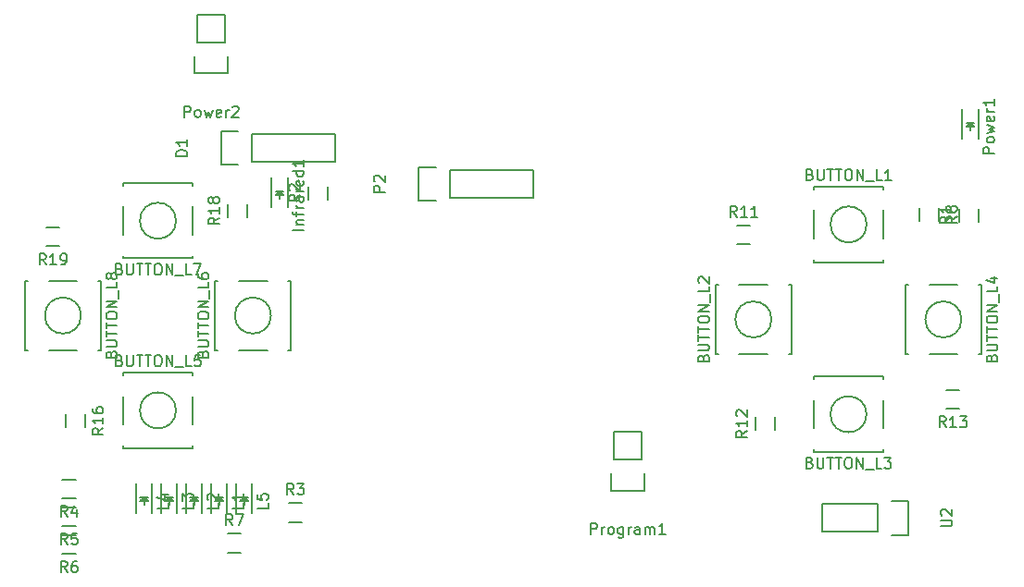
<source format=gbr>
G04 #@! TF.FileFunction,Legend,Top*
%FSLAX46Y46*%
G04 Gerber Fmt 4.6, Leading zero omitted, Abs format (unit mm)*
G04 Created by KiCad (PCBNEW 4.0.2+e4-6225~38~ubuntu15.10.1-stable) date Sun 11 Sep 2016 22:59:17 SAST*
%MOMM*%
G01*
G04 APERTURE LIST*
%ADD10C,0.100000*%
%ADD11C,0.150000*%
G04 APERTURE END LIST*
D10*
D11*
X128079100Y-94882100D02*
X128079100Y-94632100D01*
X128079100Y-94632100D02*
X134379100Y-94632100D01*
X134379100Y-94632100D02*
X134379100Y-94882100D01*
X128079100Y-99382100D02*
X128079100Y-96782100D01*
X134379100Y-101282100D02*
X134379100Y-101532100D01*
X134379100Y-101532100D02*
X128079100Y-101532100D01*
X128079100Y-101532100D02*
X128079100Y-101282100D01*
X134379100Y-96782100D02*
X134379100Y-99382100D01*
X132879100Y-98082100D02*
G75*
G03X132879100Y-98082100I-1650000J0D01*
G01*
X119329600Y-109931600D02*
X119079600Y-109931600D01*
X119079600Y-109931600D02*
X119079600Y-103631600D01*
X119079600Y-103631600D02*
X119329600Y-103631600D01*
X123829600Y-109931600D02*
X121229600Y-109931600D01*
X125729600Y-103631600D02*
X125979600Y-103631600D01*
X125979600Y-103631600D02*
X125979600Y-109931600D01*
X125979600Y-109931600D02*
X125729600Y-109931600D01*
X121229600Y-103631600D02*
X123829600Y-103631600D01*
X124179600Y-106781600D02*
G75*
G03X124179600Y-106781600I-1650000J0D01*
G01*
X134366400Y-118668400D02*
X134366400Y-118918400D01*
X134366400Y-118918400D02*
X128066400Y-118918400D01*
X128066400Y-118918400D02*
X128066400Y-118668400D01*
X134366400Y-114168400D02*
X134366400Y-116768400D01*
X128066400Y-112268400D02*
X128066400Y-112018400D01*
X128066400Y-112018400D02*
X134366400Y-112018400D01*
X134366400Y-112018400D02*
X134366400Y-112268400D01*
X128066400Y-116768400D02*
X128066400Y-114168400D01*
X132866400Y-115468400D02*
G75*
G03X132866400Y-115468400I-1650000J0D01*
G01*
X143103200Y-103631600D02*
X143353200Y-103631600D01*
X143353200Y-103631600D02*
X143353200Y-109931600D01*
X143353200Y-109931600D02*
X143103200Y-109931600D01*
X138603200Y-103631600D02*
X141203200Y-103631600D01*
X136703200Y-109931600D02*
X136453200Y-109931600D01*
X136453200Y-109931600D02*
X136453200Y-103631600D01*
X136453200Y-103631600D02*
X136703200Y-103631600D01*
X141203200Y-109931600D02*
X138603200Y-109931600D01*
X141553200Y-106781600D02*
G75*
G03X141553200Y-106781600I-1650000J0D01*
G01*
X64922000Y-111912800D02*
X64922000Y-111662800D01*
X64922000Y-111662800D02*
X71222000Y-111662800D01*
X71222000Y-111662800D02*
X71222000Y-111912800D01*
X64922000Y-116412800D02*
X64922000Y-113812800D01*
X71222000Y-118312800D02*
X71222000Y-118562800D01*
X71222000Y-118562800D02*
X64922000Y-118562800D01*
X64922000Y-118562800D02*
X64922000Y-118312800D01*
X71222000Y-113812800D02*
X71222000Y-116412800D01*
X69722000Y-115112800D02*
G75*
G03X69722000Y-115112800I-1650000J0D01*
G01*
X73558800Y-109576000D02*
X73308800Y-109576000D01*
X73308800Y-109576000D02*
X73308800Y-103276000D01*
X73308800Y-103276000D02*
X73558800Y-103276000D01*
X78058800Y-109576000D02*
X75458800Y-109576000D01*
X79958800Y-103276000D02*
X80208800Y-103276000D01*
X80208800Y-103276000D02*
X80208800Y-109576000D01*
X80208800Y-109576000D02*
X79958800Y-109576000D01*
X75458800Y-103276000D02*
X78058800Y-103276000D01*
X78408800Y-106426000D02*
G75*
G03X78408800Y-106426000I-1650000J0D01*
G01*
X71222000Y-100939200D02*
X71222000Y-101189200D01*
X71222000Y-101189200D02*
X64922000Y-101189200D01*
X64922000Y-101189200D02*
X64922000Y-100939200D01*
X71222000Y-96439200D02*
X71222000Y-99039200D01*
X64922000Y-94539200D02*
X64922000Y-94289200D01*
X64922000Y-94289200D02*
X71222000Y-94289200D01*
X71222000Y-94289200D02*
X71222000Y-94539200D01*
X64922000Y-99039200D02*
X64922000Y-96439200D01*
X69722000Y-97739200D02*
G75*
G03X69722000Y-97739200I-1650000J0D01*
G01*
X62585200Y-103276000D02*
X62835200Y-103276000D01*
X62835200Y-103276000D02*
X62835200Y-109576000D01*
X62835200Y-109576000D02*
X62585200Y-109576000D01*
X58085200Y-103276000D02*
X60685200Y-103276000D01*
X56185200Y-109576000D02*
X55935200Y-109576000D01*
X55935200Y-109576000D02*
X55935200Y-103276000D01*
X55935200Y-103276000D02*
X56185200Y-103276000D01*
X60685200Y-109576000D02*
X58085200Y-109576000D01*
X61035200Y-106426000D02*
G75*
G03X61035200Y-106426000I-1650000J0D01*
G01*
X76657200Y-92354400D02*
X84277200Y-92354400D01*
X76657200Y-89814400D02*
X84277200Y-89814400D01*
X73837200Y-89534400D02*
X75387200Y-89534400D01*
X84277200Y-92354400D02*
X84277200Y-89814400D01*
X76657200Y-89814400D02*
X76657200Y-92354400D01*
X75387200Y-92634400D02*
X73837200Y-92634400D01*
X73837200Y-92634400D02*
X73837200Y-89534400D01*
X78447200Y-93802400D02*
X78447200Y-96502400D01*
X79947200Y-93802400D02*
X79947200Y-96502400D01*
X79047200Y-95302400D02*
X79297200Y-95302400D01*
X79297200Y-95302400D02*
X79147200Y-95152400D01*
X79547200Y-95052400D02*
X78847200Y-95052400D01*
X79197200Y-95402400D02*
X79197200Y-95752400D01*
X79197200Y-95052400D02*
X79547200Y-95402400D01*
X79547200Y-95402400D02*
X78847200Y-95402400D01*
X78847200Y-95402400D02*
X79197200Y-95052400D01*
X72910000Y-121844000D02*
X72910000Y-124544000D01*
X74410000Y-121844000D02*
X74410000Y-124544000D01*
X73510000Y-123344000D02*
X73760000Y-123344000D01*
X73760000Y-123344000D02*
X73610000Y-123194000D01*
X74010000Y-123094000D02*
X73310000Y-123094000D01*
X73660000Y-123444000D02*
X73660000Y-123794000D01*
X73660000Y-123094000D02*
X74010000Y-123444000D01*
X74010000Y-123444000D02*
X73310000Y-123444000D01*
X73310000Y-123444000D02*
X73660000Y-123094000D01*
X70624000Y-121844000D02*
X70624000Y-124544000D01*
X72124000Y-121844000D02*
X72124000Y-124544000D01*
X71224000Y-123344000D02*
X71474000Y-123344000D01*
X71474000Y-123344000D02*
X71324000Y-123194000D01*
X71724000Y-123094000D02*
X71024000Y-123094000D01*
X71374000Y-123444000D02*
X71374000Y-123794000D01*
X71374000Y-123094000D02*
X71724000Y-123444000D01*
X71724000Y-123444000D02*
X71024000Y-123444000D01*
X71024000Y-123444000D02*
X71374000Y-123094000D01*
X68338000Y-121844000D02*
X68338000Y-124544000D01*
X69838000Y-121844000D02*
X69838000Y-124544000D01*
X68938000Y-123344000D02*
X69188000Y-123344000D01*
X69188000Y-123344000D02*
X69038000Y-123194000D01*
X69438000Y-123094000D02*
X68738000Y-123094000D01*
X69088000Y-123444000D02*
X69088000Y-123794000D01*
X69088000Y-123094000D02*
X69438000Y-123444000D01*
X69438000Y-123444000D02*
X68738000Y-123444000D01*
X68738000Y-123444000D02*
X69088000Y-123094000D01*
X66052000Y-121844000D02*
X66052000Y-124544000D01*
X67552000Y-121844000D02*
X67552000Y-124544000D01*
X66652000Y-123344000D02*
X66902000Y-123344000D01*
X66902000Y-123344000D02*
X66752000Y-123194000D01*
X67152000Y-123094000D02*
X66452000Y-123094000D01*
X66802000Y-123444000D02*
X66802000Y-123794000D01*
X66802000Y-123094000D02*
X67152000Y-123444000D01*
X67152000Y-123444000D02*
X66452000Y-123444000D01*
X66452000Y-123444000D02*
X66802000Y-123094000D01*
X75196000Y-121844000D02*
X75196000Y-124544000D01*
X76696000Y-121844000D02*
X76696000Y-124544000D01*
X75796000Y-123344000D02*
X76046000Y-123344000D01*
X76046000Y-123344000D02*
X75896000Y-123194000D01*
X76296000Y-123094000D02*
X75596000Y-123094000D01*
X75946000Y-123444000D02*
X75946000Y-123794000D01*
X75946000Y-123094000D02*
X76296000Y-123444000D01*
X76296000Y-123444000D02*
X75596000Y-123444000D01*
X75596000Y-123444000D02*
X75946000Y-123094000D01*
X94742000Y-95631000D02*
X102362000Y-95631000D01*
X94742000Y-93091000D02*
X102362000Y-93091000D01*
X91922000Y-92811000D02*
X93472000Y-92811000D01*
X102362000Y-95631000D02*
X102362000Y-93091000D01*
X94742000Y-93091000D02*
X94742000Y-95631000D01*
X93472000Y-95911000D02*
X91922000Y-95911000D01*
X91922000Y-95911000D02*
X91922000Y-92811000D01*
X141591600Y-87503200D02*
X141591600Y-90203200D01*
X143091600Y-87503200D02*
X143091600Y-90203200D01*
X142191600Y-89003200D02*
X142441600Y-89003200D01*
X142441600Y-89003200D02*
X142291600Y-88853200D01*
X142691600Y-88753200D02*
X141991600Y-88753200D01*
X142341600Y-89103200D02*
X142341600Y-89453200D01*
X142341600Y-88753200D02*
X142691600Y-89103200D01*
X142691600Y-89103200D02*
X141991600Y-89103200D01*
X141991600Y-89103200D02*
X142341600Y-88753200D01*
X71678800Y-81432400D02*
X71678800Y-78892400D01*
X71398800Y-84252400D02*
X71398800Y-82702400D01*
X71678800Y-81432400D02*
X74218800Y-81432400D01*
X74498800Y-82702400D02*
X74498800Y-84252400D01*
X74498800Y-84252400D02*
X71398800Y-84252400D01*
X74218800Y-81432400D02*
X74218800Y-78892400D01*
X74218800Y-78892400D02*
X71678800Y-78892400D01*
X109778800Y-119634000D02*
X109778800Y-117094000D01*
X109498800Y-122454000D02*
X109498800Y-120904000D01*
X109778800Y-119634000D02*
X112318800Y-119634000D01*
X112598800Y-120904000D02*
X112598800Y-122454000D01*
X112598800Y-122454000D02*
X109498800Y-122454000D01*
X112318800Y-119634000D02*
X112318800Y-117094000D01*
X112318800Y-117094000D02*
X109778800Y-117094000D01*
X143115000Y-96631200D02*
X143115000Y-97831200D01*
X141365000Y-97831200D02*
X141365000Y-96631200D01*
X83577400Y-94599200D02*
X83577400Y-95799200D01*
X81827400Y-95799200D02*
X81827400Y-94599200D01*
X81245000Y-125335000D02*
X80045000Y-125335000D01*
X80045000Y-123585000D02*
X81245000Y-123585000D01*
X59344000Y-121426000D02*
X60544000Y-121426000D01*
X60544000Y-123176000D02*
X59344000Y-123176000D01*
X59344000Y-123966000D02*
X60544000Y-123966000D01*
X60544000Y-125716000D02*
X59344000Y-125716000D01*
X59344000Y-126506000D02*
X60544000Y-126506000D01*
X60544000Y-128256000D02*
X59344000Y-128256000D01*
X75657000Y-128129000D02*
X74457000Y-128129000D01*
X74457000Y-126379000D02*
X75657000Y-126379000D01*
X137707400Y-97780400D02*
X137707400Y-96580400D01*
X139457400Y-96580400D02*
X139457400Y-97780400D01*
X122240600Y-99909600D02*
X121040600Y-99909600D01*
X121040600Y-98159600D02*
X122240600Y-98159600D01*
X124471400Y-115732000D02*
X124471400Y-116932000D01*
X122721400Y-116932000D02*
X122721400Y-115732000D01*
X140166800Y-113221800D02*
X141366800Y-113221800D01*
X141366800Y-114971800D02*
X140166800Y-114971800D01*
X59627800Y-116678000D02*
X59627800Y-115478000D01*
X61377800Y-115478000D02*
X61377800Y-116678000D01*
X76211400Y-96224800D02*
X76211400Y-97424800D01*
X74461400Y-97424800D02*
X74461400Y-96224800D01*
X57870800Y-98337400D02*
X59070800Y-98337400D01*
X59070800Y-100087400D02*
X57870800Y-100087400D01*
X133858000Y-123698000D02*
X128778000Y-123698000D01*
X128778000Y-123698000D02*
X128778000Y-126238000D01*
X128778000Y-126238000D02*
X133858000Y-126238000D01*
X136678000Y-126518000D02*
X135128000Y-126518000D01*
X133858000Y-126238000D02*
X133858000Y-123698000D01*
X135128000Y-123418000D02*
X136678000Y-123418000D01*
X136678000Y-123418000D02*
X136678000Y-126518000D01*
X127705291Y-93510671D02*
X127848148Y-93558290D01*
X127895767Y-93605910D01*
X127943386Y-93701148D01*
X127943386Y-93844005D01*
X127895767Y-93939243D01*
X127848148Y-93986862D01*
X127752910Y-94034481D01*
X127371957Y-94034481D01*
X127371957Y-93034481D01*
X127705291Y-93034481D01*
X127800529Y-93082100D01*
X127848148Y-93129719D01*
X127895767Y-93224957D01*
X127895767Y-93320195D01*
X127848148Y-93415433D01*
X127800529Y-93463052D01*
X127705291Y-93510671D01*
X127371957Y-93510671D01*
X128371957Y-93034481D02*
X128371957Y-93844005D01*
X128419576Y-93939243D01*
X128467195Y-93986862D01*
X128562433Y-94034481D01*
X128752910Y-94034481D01*
X128848148Y-93986862D01*
X128895767Y-93939243D01*
X128943386Y-93844005D01*
X128943386Y-93034481D01*
X129276719Y-93034481D02*
X129848148Y-93034481D01*
X129562433Y-94034481D02*
X129562433Y-93034481D01*
X130038624Y-93034481D02*
X130610053Y-93034481D01*
X130324338Y-94034481D02*
X130324338Y-93034481D01*
X131133862Y-93034481D02*
X131324339Y-93034481D01*
X131419577Y-93082100D01*
X131514815Y-93177338D01*
X131562434Y-93367814D01*
X131562434Y-93701148D01*
X131514815Y-93891624D01*
X131419577Y-93986862D01*
X131324339Y-94034481D01*
X131133862Y-94034481D01*
X131038624Y-93986862D01*
X130943386Y-93891624D01*
X130895767Y-93701148D01*
X130895767Y-93367814D01*
X130943386Y-93177338D01*
X131038624Y-93082100D01*
X131133862Y-93034481D01*
X131991005Y-94034481D02*
X131991005Y-93034481D01*
X132562434Y-94034481D01*
X132562434Y-93034481D01*
X132800529Y-94129719D02*
X133562434Y-94129719D01*
X134276720Y-94034481D02*
X133800529Y-94034481D01*
X133800529Y-93034481D01*
X135133863Y-94034481D02*
X134562434Y-94034481D01*
X134848148Y-94034481D02*
X134848148Y-93034481D01*
X134752910Y-93177338D01*
X134657672Y-93272576D01*
X134562434Y-93320195D01*
X117958171Y-110305409D02*
X118005790Y-110162552D01*
X118053410Y-110114933D01*
X118148648Y-110067314D01*
X118291505Y-110067314D01*
X118386743Y-110114933D01*
X118434362Y-110162552D01*
X118481981Y-110257790D01*
X118481981Y-110638743D01*
X117481981Y-110638743D01*
X117481981Y-110305409D01*
X117529600Y-110210171D01*
X117577219Y-110162552D01*
X117672457Y-110114933D01*
X117767695Y-110114933D01*
X117862933Y-110162552D01*
X117910552Y-110210171D01*
X117958171Y-110305409D01*
X117958171Y-110638743D01*
X117481981Y-109638743D02*
X118291505Y-109638743D01*
X118386743Y-109591124D01*
X118434362Y-109543505D01*
X118481981Y-109448267D01*
X118481981Y-109257790D01*
X118434362Y-109162552D01*
X118386743Y-109114933D01*
X118291505Y-109067314D01*
X117481981Y-109067314D01*
X117481981Y-108733981D02*
X117481981Y-108162552D01*
X118481981Y-108448267D02*
X117481981Y-108448267D01*
X117481981Y-107972076D02*
X117481981Y-107400647D01*
X118481981Y-107686362D02*
X117481981Y-107686362D01*
X117481981Y-106876838D02*
X117481981Y-106686361D01*
X117529600Y-106591123D01*
X117624838Y-106495885D01*
X117815314Y-106448266D01*
X118148648Y-106448266D01*
X118339124Y-106495885D01*
X118434362Y-106591123D01*
X118481981Y-106686361D01*
X118481981Y-106876838D01*
X118434362Y-106972076D01*
X118339124Y-107067314D01*
X118148648Y-107114933D01*
X117815314Y-107114933D01*
X117624838Y-107067314D01*
X117529600Y-106972076D01*
X117481981Y-106876838D01*
X118481981Y-106019695D02*
X117481981Y-106019695D01*
X118481981Y-105448266D01*
X117481981Y-105448266D01*
X118577219Y-105210171D02*
X118577219Y-104448266D01*
X118481981Y-103733980D02*
X118481981Y-104210171D01*
X117481981Y-104210171D01*
X117577219Y-103448266D02*
X117529600Y-103400647D01*
X117481981Y-103305409D01*
X117481981Y-103067313D01*
X117529600Y-102972075D01*
X117577219Y-102924456D01*
X117672457Y-102876837D01*
X117767695Y-102876837D01*
X117910552Y-102924456D01*
X118481981Y-103495885D01*
X118481981Y-102876837D01*
X127692591Y-119896971D02*
X127835448Y-119944590D01*
X127883067Y-119992210D01*
X127930686Y-120087448D01*
X127930686Y-120230305D01*
X127883067Y-120325543D01*
X127835448Y-120373162D01*
X127740210Y-120420781D01*
X127359257Y-120420781D01*
X127359257Y-119420781D01*
X127692591Y-119420781D01*
X127787829Y-119468400D01*
X127835448Y-119516019D01*
X127883067Y-119611257D01*
X127883067Y-119706495D01*
X127835448Y-119801733D01*
X127787829Y-119849352D01*
X127692591Y-119896971D01*
X127359257Y-119896971D01*
X128359257Y-119420781D02*
X128359257Y-120230305D01*
X128406876Y-120325543D01*
X128454495Y-120373162D01*
X128549733Y-120420781D01*
X128740210Y-120420781D01*
X128835448Y-120373162D01*
X128883067Y-120325543D01*
X128930686Y-120230305D01*
X128930686Y-119420781D01*
X129264019Y-119420781D02*
X129835448Y-119420781D01*
X129549733Y-120420781D02*
X129549733Y-119420781D01*
X130025924Y-119420781D02*
X130597353Y-119420781D01*
X130311638Y-120420781D02*
X130311638Y-119420781D01*
X131121162Y-119420781D02*
X131311639Y-119420781D01*
X131406877Y-119468400D01*
X131502115Y-119563638D01*
X131549734Y-119754114D01*
X131549734Y-120087448D01*
X131502115Y-120277924D01*
X131406877Y-120373162D01*
X131311639Y-120420781D01*
X131121162Y-120420781D01*
X131025924Y-120373162D01*
X130930686Y-120277924D01*
X130883067Y-120087448D01*
X130883067Y-119754114D01*
X130930686Y-119563638D01*
X131025924Y-119468400D01*
X131121162Y-119420781D01*
X131978305Y-120420781D02*
X131978305Y-119420781D01*
X132549734Y-120420781D01*
X132549734Y-119420781D01*
X132787829Y-120516019D02*
X133549734Y-120516019D01*
X134264020Y-120420781D02*
X133787829Y-120420781D01*
X133787829Y-119420781D01*
X134502115Y-119420781D02*
X135121163Y-119420781D01*
X134787829Y-119801733D01*
X134930687Y-119801733D01*
X135025925Y-119849352D01*
X135073544Y-119896971D01*
X135121163Y-119992210D01*
X135121163Y-120230305D01*
X135073544Y-120325543D01*
X135025925Y-120373162D01*
X134930687Y-120420781D01*
X134644972Y-120420781D01*
X134549734Y-120373162D01*
X134502115Y-120325543D01*
X144331771Y-110305409D02*
X144379390Y-110162552D01*
X144427010Y-110114933D01*
X144522248Y-110067314D01*
X144665105Y-110067314D01*
X144760343Y-110114933D01*
X144807962Y-110162552D01*
X144855581Y-110257790D01*
X144855581Y-110638743D01*
X143855581Y-110638743D01*
X143855581Y-110305409D01*
X143903200Y-110210171D01*
X143950819Y-110162552D01*
X144046057Y-110114933D01*
X144141295Y-110114933D01*
X144236533Y-110162552D01*
X144284152Y-110210171D01*
X144331771Y-110305409D01*
X144331771Y-110638743D01*
X143855581Y-109638743D02*
X144665105Y-109638743D01*
X144760343Y-109591124D01*
X144807962Y-109543505D01*
X144855581Y-109448267D01*
X144855581Y-109257790D01*
X144807962Y-109162552D01*
X144760343Y-109114933D01*
X144665105Y-109067314D01*
X143855581Y-109067314D01*
X143855581Y-108733981D02*
X143855581Y-108162552D01*
X144855581Y-108448267D02*
X143855581Y-108448267D01*
X143855581Y-107972076D02*
X143855581Y-107400647D01*
X144855581Y-107686362D02*
X143855581Y-107686362D01*
X143855581Y-106876838D02*
X143855581Y-106686361D01*
X143903200Y-106591123D01*
X143998438Y-106495885D01*
X144188914Y-106448266D01*
X144522248Y-106448266D01*
X144712724Y-106495885D01*
X144807962Y-106591123D01*
X144855581Y-106686361D01*
X144855581Y-106876838D01*
X144807962Y-106972076D01*
X144712724Y-107067314D01*
X144522248Y-107114933D01*
X144188914Y-107114933D01*
X143998438Y-107067314D01*
X143903200Y-106972076D01*
X143855581Y-106876838D01*
X144855581Y-106019695D02*
X143855581Y-106019695D01*
X144855581Y-105448266D01*
X143855581Y-105448266D01*
X144950819Y-105210171D02*
X144950819Y-104448266D01*
X144855581Y-103733980D02*
X144855581Y-104210171D01*
X143855581Y-104210171D01*
X144188914Y-102972075D02*
X144855581Y-102972075D01*
X143807962Y-103210171D02*
X144522248Y-103448266D01*
X144522248Y-102829218D01*
X64548191Y-110541371D02*
X64691048Y-110588990D01*
X64738667Y-110636610D01*
X64786286Y-110731848D01*
X64786286Y-110874705D01*
X64738667Y-110969943D01*
X64691048Y-111017562D01*
X64595810Y-111065181D01*
X64214857Y-111065181D01*
X64214857Y-110065181D01*
X64548191Y-110065181D01*
X64643429Y-110112800D01*
X64691048Y-110160419D01*
X64738667Y-110255657D01*
X64738667Y-110350895D01*
X64691048Y-110446133D01*
X64643429Y-110493752D01*
X64548191Y-110541371D01*
X64214857Y-110541371D01*
X65214857Y-110065181D02*
X65214857Y-110874705D01*
X65262476Y-110969943D01*
X65310095Y-111017562D01*
X65405333Y-111065181D01*
X65595810Y-111065181D01*
X65691048Y-111017562D01*
X65738667Y-110969943D01*
X65786286Y-110874705D01*
X65786286Y-110065181D01*
X66119619Y-110065181D02*
X66691048Y-110065181D01*
X66405333Y-111065181D02*
X66405333Y-110065181D01*
X66881524Y-110065181D02*
X67452953Y-110065181D01*
X67167238Y-111065181D02*
X67167238Y-110065181D01*
X67976762Y-110065181D02*
X68167239Y-110065181D01*
X68262477Y-110112800D01*
X68357715Y-110208038D01*
X68405334Y-110398514D01*
X68405334Y-110731848D01*
X68357715Y-110922324D01*
X68262477Y-111017562D01*
X68167239Y-111065181D01*
X67976762Y-111065181D01*
X67881524Y-111017562D01*
X67786286Y-110922324D01*
X67738667Y-110731848D01*
X67738667Y-110398514D01*
X67786286Y-110208038D01*
X67881524Y-110112800D01*
X67976762Y-110065181D01*
X68833905Y-111065181D02*
X68833905Y-110065181D01*
X69405334Y-111065181D01*
X69405334Y-110065181D01*
X69643429Y-111160419D02*
X70405334Y-111160419D01*
X71119620Y-111065181D02*
X70643429Y-111065181D01*
X70643429Y-110065181D01*
X71929144Y-110065181D02*
X71452953Y-110065181D01*
X71405334Y-110541371D01*
X71452953Y-110493752D01*
X71548191Y-110446133D01*
X71786287Y-110446133D01*
X71881525Y-110493752D01*
X71929144Y-110541371D01*
X71976763Y-110636610D01*
X71976763Y-110874705D01*
X71929144Y-110969943D01*
X71881525Y-111017562D01*
X71786287Y-111065181D01*
X71548191Y-111065181D01*
X71452953Y-111017562D01*
X71405334Y-110969943D01*
X72187371Y-109949809D02*
X72234990Y-109806952D01*
X72282610Y-109759333D01*
X72377848Y-109711714D01*
X72520705Y-109711714D01*
X72615943Y-109759333D01*
X72663562Y-109806952D01*
X72711181Y-109902190D01*
X72711181Y-110283143D01*
X71711181Y-110283143D01*
X71711181Y-109949809D01*
X71758800Y-109854571D01*
X71806419Y-109806952D01*
X71901657Y-109759333D01*
X71996895Y-109759333D01*
X72092133Y-109806952D01*
X72139752Y-109854571D01*
X72187371Y-109949809D01*
X72187371Y-110283143D01*
X71711181Y-109283143D02*
X72520705Y-109283143D01*
X72615943Y-109235524D01*
X72663562Y-109187905D01*
X72711181Y-109092667D01*
X72711181Y-108902190D01*
X72663562Y-108806952D01*
X72615943Y-108759333D01*
X72520705Y-108711714D01*
X71711181Y-108711714D01*
X71711181Y-108378381D02*
X71711181Y-107806952D01*
X72711181Y-108092667D02*
X71711181Y-108092667D01*
X71711181Y-107616476D02*
X71711181Y-107045047D01*
X72711181Y-107330762D02*
X71711181Y-107330762D01*
X71711181Y-106521238D02*
X71711181Y-106330761D01*
X71758800Y-106235523D01*
X71854038Y-106140285D01*
X72044514Y-106092666D01*
X72377848Y-106092666D01*
X72568324Y-106140285D01*
X72663562Y-106235523D01*
X72711181Y-106330761D01*
X72711181Y-106521238D01*
X72663562Y-106616476D01*
X72568324Y-106711714D01*
X72377848Y-106759333D01*
X72044514Y-106759333D01*
X71854038Y-106711714D01*
X71758800Y-106616476D01*
X71711181Y-106521238D01*
X72711181Y-105664095D02*
X71711181Y-105664095D01*
X72711181Y-105092666D01*
X71711181Y-105092666D01*
X72806419Y-104854571D02*
X72806419Y-104092666D01*
X72711181Y-103378380D02*
X72711181Y-103854571D01*
X71711181Y-103854571D01*
X71711181Y-102616475D02*
X71711181Y-102806952D01*
X71758800Y-102902190D01*
X71806419Y-102949809D01*
X71949276Y-103045047D01*
X72139752Y-103092666D01*
X72520705Y-103092666D01*
X72615943Y-103045047D01*
X72663562Y-102997428D01*
X72711181Y-102902190D01*
X72711181Y-102711713D01*
X72663562Y-102616475D01*
X72615943Y-102568856D01*
X72520705Y-102521237D01*
X72282610Y-102521237D01*
X72187371Y-102568856D01*
X72139752Y-102616475D01*
X72092133Y-102711713D01*
X72092133Y-102902190D01*
X72139752Y-102997428D01*
X72187371Y-103045047D01*
X72282610Y-103092666D01*
X64548191Y-102167771D02*
X64691048Y-102215390D01*
X64738667Y-102263010D01*
X64786286Y-102358248D01*
X64786286Y-102501105D01*
X64738667Y-102596343D01*
X64691048Y-102643962D01*
X64595810Y-102691581D01*
X64214857Y-102691581D01*
X64214857Y-101691581D01*
X64548191Y-101691581D01*
X64643429Y-101739200D01*
X64691048Y-101786819D01*
X64738667Y-101882057D01*
X64738667Y-101977295D01*
X64691048Y-102072533D01*
X64643429Y-102120152D01*
X64548191Y-102167771D01*
X64214857Y-102167771D01*
X65214857Y-101691581D02*
X65214857Y-102501105D01*
X65262476Y-102596343D01*
X65310095Y-102643962D01*
X65405333Y-102691581D01*
X65595810Y-102691581D01*
X65691048Y-102643962D01*
X65738667Y-102596343D01*
X65786286Y-102501105D01*
X65786286Y-101691581D01*
X66119619Y-101691581D02*
X66691048Y-101691581D01*
X66405333Y-102691581D02*
X66405333Y-101691581D01*
X66881524Y-101691581D02*
X67452953Y-101691581D01*
X67167238Y-102691581D02*
X67167238Y-101691581D01*
X67976762Y-101691581D02*
X68167239Y-101691581D01*
X68262477Y-101739200D01*
X68357715Y-101834438D01*
X68405334Y-102024914D01*
X68405334Y-102358248D01*
X68357715Y-102548724D01*
X68262477Y-102643962D01*
X68167239Y-102691581D01*
X67976762Y-102691581D01*
X67881524Y-102643962D01*
X67786286Y-102548724D01*
X67738667Y-102358248D01*
X67738667Y-102024914D01*
X67786286Y-101834438D01*
X67881524Y-101739200D01*
X67976762Y-101691581D01*
X68833905Y-102691581D02*
X68833905Y-101691581D01*
X69405334Y-102691581D01*
X69405334Y-101691581D01*
X69643429Y-102786819D02*
X70405334Y-102786819D01*
X71119620Y-102691581D02*
X70643429Y-102691581D01*
X70643429Y-101691581D01*
X71357715Y-101691581D02*
X72024382Y-101691581D01*
X71595810Y-102691581D01*
X63813771Y-109949809D02*
X63861390Y-109806952D01*
X63909010Y-109759333D01*
X64004248Y-109711714D01*
X64147105Y-109711714D01*
X64242343Y-109759333D01*
X64289962Y-109806952D01*
X64337581Y-109902190D01*
X64337581Y-110283143D01*
X63337581Y-110283143D01*
X63337581Y-109949809D01*
X63385200Y-109854571D01*
X63432819Y-109806952D01*
X63528057Y-109759333D01*
X63623295Y-109759333D01*
X63718533Y-109806952D01*
X63766152Y-109854571D01*
X63813771Y-109949809D01*
X63813771Y-110283143D01*
X63337581Y-109283143D02*
X64147105Y-109283143D01*
X64242343Y-109235524D01*
X64289962Y-109187905D01*
X64337581Y-109092667D01*
X64337581Y-108902190D01*
X64289962Y-108806952D01*
X64242343Y-108759333D01*
X64147105Y-108711714D01*
X63337581Y-108711714D01*
X63337581Y-108378381D02*
X63337581Y-107806952D01*
X64337581Y-108092667D02*
X63337581Y-108092667D01*
X63337581Y-107616476D02*
X63337581Y-107045047D01*
X64337581Y-107330762D02*
X63337581Y-107330762D01*
X63337581Y-106521238D02*
X63337581Y-106330761D01*
X63385200Y-106235523D01*
X63480438Y-106140285D01*
X63670914Y-106092666D01*
X64004248Y-106092666D01*
X64194724Y-106140285D01*
X64289962Y-106235523D01*
X64337581Y-106330761D01*
X64337581Y-106521238D01*
X64289962Y-106616476D01*
X64194724Y-106711714D01*
X64004248Y-106759333D01*
X63670914Y-106759333D01*
X63480438Y-106711714D01*
X63385200Y-106616476D01*
X63337581Y-106521238D01*
X64337581Y-105664095D02*
X63337581Y-105664095D01*
X64337581Y-105092666D01*
X63337581Y-105092666D01*
X64432819Y-104854571D02*
X64432819Y-104092666D01*
X64337581Y-103378380D02*
X64337581Y-103854571D01*
X63337581Y-103854571D01*
X63766152Y-102902190D02*
X63718533Y-102997428D01*
X63670914Y-103045047D01*
X63575676Y-103092666D01*
X63528057Y-103092666D01*
X63432819Y-103045047D01*
X63385200Y-102997428D01*
X63337581Y-102902190D01*
X63337581Y-102711713D01*
X63385200Y-102616475D01*
X63432819Y-102568856D01*
X63528057Y-102521237D01*
X63575676Y-102521237D01*
X63670914Y-102568856D01*
X63718533Y-102616475D01*
X63766152Y-102711713D01*
X63766152Y-102902190D01*
X63813771Y-102997428D01*
X63861390Y-103045047D01*
X63956629Y-103092666D01*
X64147105Y-103092666D01*
X64242343Y-103045047D01*
X64289962Y-102997428D01*
X64337581Y-102902190D01*
X64337581Y-102711713D01*
X64289962Y-102616475D01*
X64242343Y-102568856D01*
X64147105Y-102521237D01*
X63956629Y-102521237D01*
X63861390Y-102568856D01*
X63813771Y-102616475D01*
X63766152Y-102711713D01*
X70739581Y-91822495D02*
X69739581Y-91822495D01*
X69739581Y-91584400D01*
X69787200Y-91441542D01*
X69882438Y-91346304D01*
X69977676Y-91298685D01*
X70168152Y-91251066D01*
X70311010Y-91251066D01*
X70501486Y-91298685D01*
X70596724Y-91346304D01*
X70691962Y-91441542D01*
X70739581Y-91584400D01*
X70739581Y-91822495D01*
X70739581Y-90298685D02*
X70739581Y-90870114D01*
X70739581Y-90584400D02*
X69739581Y-90584400D01*
X69882438Y-90679638D01*
X69977676Y-90774876D01*
X70025295Y-90870114D01*
X81399581Y-98569067D02*
X80399581Y-98569067D01*
X80732914Y-98092877D02*
X81399581Y-98092877D01*
X80828152Y-98092877D02*
X80780533Y-98045258D01*
X80732914Y-97950020D01*
X80732914Y-97807162D01*
X80780533Y-97711924D01*
X80875771Y-97664305D01*
X81399581Y-97664305D01*
X80732914Y-97330972D02*
X80732914Y-96950020D01*
X81399581Y-97188115D02*
X80542438Y-97188115D01*
X80447200Y-97140496D01*
X80399581Y-97045258D01*
X80399581Y-96950020D01*
X81399581Y-96616686D02*
X80732914Y-96616686D01*
X80923390Y-96616686D02*
X80828152Y-96569067D01*
X80780533Y-96521448D01*
X80732914Y-96426210D01*
X80732914Y-96330971D01*
X81399581Y-95569066D02*
X80875771Y-95569066D01*
X80780533Y-95616685D01*
X80732914Y-95711923D01*
X80732914Y-95902400D01*
X80780533Y-95997638D01*
X81351962Y-95569066D02*
X81399581Y-95664304D01*
X81399581Y-95902400D01*
X81351962Y-95997638D01*
X81256724Y-96045257D01*
X81161486Y-96045257D01*
X81066248Y-95997638D01*
X81018629Y-95902400D01*
X81018629Y-95664304D01*
X80971010Y-95569066D01*
X81399581Y-95092876D02*
X80732914Y-95092876D01*
X80923390Y-95092876D02*
X80828152Y-95045257D01*
X80780533Y-94997638D01*
X80732914Y-94902400D01*
X80732914Y-94807161D01*
X81351962Y-94092875D02*
X81399581Y-94188113D01*
X81399581Y-94378590D01*
X81351962Y-94473828D01*
X81256724Y-94521447D01*
X80875771Y-94521447D01*
X80780533Y-94473828D01*
X80732914Y-94378590D01*
X80732914Y-94188113D01*
X80780533Y-94092875D01*
X80875771Y-94045256D01*
X80971010Y-94045256D01*
X81066248Y-94521447D01*
X81399581Y-93188113D02*
X80399581Y-93188113D01*
X81351962Y-93188113D02*
X81399581Y-93283351D01*
X81399581Y-93473828D01*
X81351962Y-93569066D01*
X81304343Y-93616685D01*
X81209105Y-93664304D01*
X80923390Y-93664304D01*
X80828152Y-93616685D01*
X80780533Y-93569066D01*
X80732914Y-93473828D01*
X80732914Y-93283351D01*
X80780533Y-93188113D01*
X81399581Y-92188113D02*
X81399581Y-92759542D01*
X81399581Y-92473828D02*
X80399581Y-92473828D01*
X80542438Y-92569066D01*
X80637676Y-92664304D01*
X80685295Y-92759542D01*
X75862381Y-123610666D02*
X75862381Y-124086857D01*
X74862381Y-124086857D01*
X75862381Y-122753523D02*
X75862381Y-123324952D01*
X75862381Y-123039238D02*
X74862381Y-123039238D01*
X75005238Y-123134476D01*
X75100476Y-123229714D01*
X75148095Y-123324952D01*
X73576381Y-123610666D02*
X73576381Y-124086857D01*
X72576381Y-124086857D01*
X72671619Y-123324952D02*
X72624000Y-123277333D01*
X72576381Y-123182095D01*
X72576381Y-122943999D01*
X72624000Y-122848761D01*
X72671619Y-122801142D01*
X72766857Y-122753523D01*
X72862095Y-122753523D01*
X73004952Y-122801142D01*
X73576381Y-123372571D01*
X73576381Y-122753523D01*
X71290381Y-123610666D02*
X71290381Y-124086857D01*
X70290381Y-124086857D01*
X70290381Y-123372571D02*
X70290381Y-122753523D01*
X70671333Y-123086857D01*
X70671333Y-122943999D01*
X70718952Y-122848761D01*
X70766571Y-122801142D01*
X70861810Y-122753523D01*
X71099905Y-122753523D01*
X71195143Y-122801142D01*
X71242762Y-122848761D01*
X71290381Y-122943999D01*
X71290381Y-123229714D01*
X71242762Y-123324952D01*
X71195143Y-123372571D01*
X69004381Y-123610666D02*
X69004381Y-124086857D01*
X68004381Y-124086857D01*
X68337714Y-122848761D02*
X69004381Y-122848761D01*
X67956762Y-123086857D02*
X68671048Y-123324952D01*
X68671048Y-122705904D01*
X78148381Y-123610666D02*
X78148381Y-124086857D01*
X77148381Y-124086857D01*
X77148381Y-122801142D02*
X77148381Y-123277333D01*
X77624571Y-123324952D01*
X77576952Y-123277333D01*
X77529333Y-123182095D01*
X77529333Y-122943999D01*
X77576952Y-122848761D01*
X77624571Y-122801142D01*
X77719810Y-122753523D01*
X77957905Y-122753523D01*
X78053143Y-122801142D01*
X78100762Y-122848761D01*
X78148381Y-122943999D01*
X78148381Y-123182095D01*
X78100762Y-123277333D01*
X78053143Y-123324952D01*
X88824381Y-95099095D02*
X87824381Y-95099095D01*
X87824381Y-94718142D01*
X87872000Y-94622904D01*
X87919619Y-94575285D01*
X88014857Y-94527666D01*
X88157714Y-94527666D01*
X88252952Y-94575285D01*
X88300571Y-94622904D01*
X88348190Y-94718142D01*
X88348190Y-95099095D01*
X87919619Y-94146714D02*
X87872000Y-94099095D01*
X87824381Y-94003857D01*
X87824381Y-93765761D01*
X87872000Y-93670523D01*
X87919619Y-93622904D01*
X88014857Y-93575285D01*
X88110095Y-93575285D01*
X88252952Y-93622904D01*
X88824381Y-94194333D01*
X88824381Y-93575285D01*
X144543981Y-91555581D02*
X143543981Y-91555581D01*
X143543981Y-91174628D01*
X143591600Y-91079390D01*
X143639219Y-91031771D01*
X143734457Y-90984152D01*
X143877314Y-90984152D01*
X143972552Y-91031771D01*
X144020171Y-91079390D01*
X144067790Y-91174628D01*
X144067790Y-91555581D01*
X144543981Y-90412724D02*
X144496362Y-90507962D01*
X144448743Y-90555581D01*
X144353505Y-90603200D01*
X144067790Y-90603200D01*
X143972552Y-90555581D01*
X143924933Y-90507962D01*
X143877314Y-90412724D01*
X143877314Y-90269866D01*
X143924933Y-90174628D01*
X143972552Y-90127009D01*
X144067790Y-90079390D01*
X144353505Y-90079390D01*
X144448743Y-90127009D01*
X144496362Y-90174628D01*
X144543981Y-90269866D01*
X144543981Y-90412724D01*
X143877314Y-89746057D02*
X144543981Y-89555581D01*
X144067790Y-89365104D01*
X144543981Y-89174628D01*
X143877314Y-88984152D01*
X144496362Y-88222247D02*
X144543981Y-88317485D01*
X144543981Y-88507962D01*
X144496362Y-88603200D01*
X144401124Y-88650819D01*
X144020171Y-88650819D01*
X143924933Y-88603200D01*
X143877314Y-88507962D01*
X143877314Y-88317485D01*
X143924933Y-88222247D01*
X144020171Y-88174628D01*
X144115410Y-88174628D01*
X144210648Y-88650819D01*
X144543981Y-87746057D02*
X143877314Y-87746057D01*
X144067790Y-87746057D02*
X143972552Y-87698438D01*
X143924933Y-87650819D01*
X143877314Y-87555581D01*
X143877314Y-87460342D01*
X144543981Y-86603199D02*
X144543981Y-87174628D01*
X144543981Y-86888914D02*
X143543981Y-86888914D01*
X143686838Y-86984152D01*
X143782076Y-87079390D01*
X143829695Y-87174628D01*
X70496419Y-88254781D02*
X70496419Y-87254781D01*
X70877372Y-87254781D01*
X70972610Y-87302400D01*
X71020229Y-87350019D01*
X71067848Y-87445257D01*
X71067848Y-87588114D01*
X71020229Y-87683352D01*
X70972610Y-87730971D01*
X70877372Y-87778590D01*
X70496419Y-87778590D01*
X71639276Y-88254781D02*
X71544038Y-88207162D01*
X71496419Y-88159543D01*
X71448800Y-88064305D01*
X71448800Y-87778590D01*
X71496419Y-87683352D01*
X71544038Y-87635733D01*
X71639276Y-87588114D01*
X71782134Y-87588114D01*
X71877372Y-87635733D01*
X71924991Y-87683352D01*
X71972610Y-87778590D01*
X71972610Y-88064305D01*
X71924991Y-88159543D01*
X71877372Y-88207162D01*
X71782134Y-88254781D01*
X71639276Y-88254781D01*
X72305943Y-87588114D02*
X72496419Y-88254781D01*
X72686896Y-87778590D01*
X72877372Y-88254781D01*
X73067848Y-87588114D01*
X73829753Y-88207162D02*
X73734515Y-88254781D01*
X73544038Y-88254781D01*
X73448800Y-88207162D01*
X73401181Y-88111924D01*
X73401181Y-87730971D01*
X73448800Y-87635733D01*
X73544038Y-87588114D01*
X73734515Y-87588114D01*
X73829753Y-87635733D01*
X73877372Y-87730971D01*
X73877372Y-87826210D01*
X73401181Y-87921448D01*
X74305943Y-88254781D02*
X74305943Y-87588114D01*
X74305943Y-87778590D02*
X74353562Y-87683352D01*
X74401181Y-87635733D01*
X74496419Y-87588114D01*
X74591658Y-87588114D01*
X74877372Y-87350019D02*
X74924991Y-87302400D01*
X75020229Y-87254781D01*
X75258325Y-87254781D01*
X75353563Y-87302400D01*
X75401182Y-87350019D01*
X75448801Y-87445257D01*
X75448801Y-87540495D01*
X75401182Y-87683352D01*
X74829753Y-88254781D01*
X75448801Y-88254781D01*
X107667847Y-126456381D02*
X107667847Y-125456381D01*
X108048800Y-125456381D01*
X108144038Y-125504000D01*
X108191657Y-125551619D01*
X108239276Y-125646857D01*
X108239276Y-125789714D01*
X108191657Y-125884952D01*
X108144038Y-125932571D01*
X108048800Y-125980190D01*
X107667847Y-125980190D01*
X108667847Y-126456381D02*
X108667847Y-125789714D01*
X108667847Y-125980190D02*
X108715466Y-125884952D01*
X108763085Y-125837333D01*
X108858323Y-125789714D01*
X108953562Y-125789714D01*
X109429752Y-126456381D02*
X109334514Y-126408762D01*
X109286895Y-126361143D01*
X109239276Y-126265905D01*
X109239276Y-125980190D01*
X109286895Y-125884952D01*
X109334514Y-125837333D01*
X109429752Y-125789714D01*
X109572610Y-125789714D01*
X109667848Y-125837333D01*
X109715467Y-125884952D01*
X109763086Y-125980190D01*
X109763086Y-126265905D01*
X109715467Y-126361143D01*
X109667848Y-126408762D01*
X109572610Y-126456381D01*
X109429752Y-126456381D01*
X110620229Y-125789714D02*
X110620229Y-126599238D01*
X110572610Y-126694476D01*
X110524991Y-126742095D01*
X110429752Y-126789714D01*
X110286895Y-126789714D01*
X110191657Y-126742095D01*
X110620229Y-126408762D02*
X110524991Y-126456381D01*
X110334514Y-126456381D01*
X110239276Y-126408762D01*
X110191657Y-126361143D01*
X110144038Y-126265905D01*
X110144038Y-125980190D01*
X110191657Y-125884952D01*
X110239276Y-125837333D01*
X110334514Y-125789714D01*
X110524991Y-125789714D01*
X110620229Y-125837333D01*
X111096419Y-126456381D02*
X111096419Y-125789714D01*
X111096419Y-125980190D02*
X111144038Y-125884952D01*
X111191657Y-125837333D01*
X111286895Y-125789714D01*
X111382134Y-125789714D01*
X112144039Y-126456381D02*
X112144039Y-125932571D01*
X112096420Y-125837333D01*
X112001182Y-125789714D01*
X111810705Y-125789714D01*
X111715467Y-125837333D01*
X112144039Y-126408762D02*
X112048801Y-126456381D01*
X111810705Y-126456381D01*
X111715467Y-126408762D01*
X111667848Y-126313524D01*
X111667848Y-126218286D01*
X111715467Y-126123048D01*
X111810705Y-126075429D01*
X112048801Y-126075429D01*
X112144039Y-126027810D01*
X112620229Y-126456381D02*
X112620229Y-125789714D01*
X112620229Y-125884952D02*
X112667848Y-125837333D01*
X112763086Y-125789714D01*
X112905944Y-125789714D01*
X113001182Y-125837333D01*
X113048801Y-125932571D01*
X113048801Y-126456381D01*
X113048801Y-125932571D02*
X113096420Y-125837333D01*
X113191658Y-125789714D01*
X113334515Y-125789714D01*
X113429753Y-125837333D01*
X113477372Y-125932571D01*
X113477372Y-126456381D01*
X114477372Y-126456381D02*
X113905943Y-126456381D01*
X114191657Y-126456381D02*
X114191657Y-125456381D01*
X114096419Y-125599238D01*
X114001181Y-125694476D01*
X113905943Y-125742095D01*
X140592381Y-97397866D02*
X140116190Y-97731200D01*
X140592381Y-97969295D02*
X139592381Y-97969295D01*
X139592381Y-97588342D01*
X139640000Y-97493104D01*
X139687619Y-97445485D01*
X139782857Y-97397866D01*
X139925714Y-97397866D01*
X140020952Y-97445485D01*
X140068571Y-97493104D01*
X140116190Y-97588342D01*
X140116190Y-97969295D01*
X140592381Y-96445485D02*
X140592381Y-97016914D01*
X140592381Y-96731200D02*
X139592381Y-96731200D01*
X139735238Y-96826438D01*
X139830476Y-96921676D01*
X139878095Y-97016914D01*
X81054781Y-95365866D02*
X80578590Y-95699200D01*
X81054781Y-95937295D02*
X80054781Y-95937295D01*
X80054781Y-95556342D01*
X80102400Y-95461104D01*
X80150019Y-95413485D01*
X80245257Y-95365866D01*
X80388114Y-95365866D01*
X80483352Y-95413485D01*
X80530971Y-95461104D01*
X80578590Y-95556342D01*
X80578590Y-95937295D01*
X80150019Y-94984914D02*
X80102400Y-94937295D01*
X80054781Y-94842057D01*
X80054781Y-94603961D01*
X80102400Y-94508723D01*
X80150019Y-94461104D01*
X80245257Y-94413485D01*
X80340495Y-94413485D01*
X80483352Y-94461104D01*
X81054781Y-95032533D01*
X81054781Y-94413485D01*
X80478334Y-122812381D02*
X80145000Y-122336190D01*
X79906905Y-122812381D02*
X79906905Y-121812381D01*
X80287858Y-121812381D01*
X80383096Y-121860000D01*
X80430715Y-121907619D01*
X80478334Y-122002857D01*
X80478334Y-122145714D01*
X80430715Y-122240952D01*
X80383096Y-122288571D01*
X80287858Y-122336190D01*
X79906905Y-122336190D01*
X80811667Y-121812381D02*
X81430715Y-121812381D01*
X81097381Y-122193333D01*
X81240239Y-122193333D01*
X81335477Y-122240952D01*
X81383096Y-122288571D01*
X81430715Y-122383810D01*
X81430715Y-122621905D01*
X81383096Y-122717143D01*
X81335477Y-122764762D01*
X81240239Y-122812381D01*
X80954524Y-122812381D01*
X80859286Y-122764762D01*
X80811667Y-122717143D01*
X59777334Y-124853381D02*
X59444000Y-124377190D01*
X59205905Y-124853381D02*
X59205905Y-123853381D01*
X59586858Y-123853381D01*
X59682096Y-123901000D01*
X59729715Y-123948619D01*
X59777334Y-124043857D01*
X59777334Y-124186714D01*
X59729715Y-124281952D01*
X59682096Y-124329571D01*
X59586858Y-124377190D01*
X59205905Y-124377190D01*
X60634477Y-124186714D02*
X60634477Y-124853381D01*
X60396381Y-123805762D02*
X60158286Y-124520048D01*
X60777334Y-124520048D01*
X59777334Y-127393381D02*
X59444000Y-126917190D01*
X59205905Y-127393381D02*
X59205905Y-126393381D01*
X59586858Y-126393381D01*
X59682096Y-126441000D01*
X59729715Y-126488619D01*
X59777334Y-126583857D01*
X59777334Y-126726714D01*
X59729715Y-126821952D01*
X59682096Y-126869571D01*
X59586858Y-126917190D01*
X59205905Y-126917190D01*
X60682096Y-126393381D02*
X60205905Y-126393381D01*
X60158286Y-126869571D01*
X60205905Y-126821952D01*
X60301143Y-126774333D01*
X60539239Y-126774333D01*
X60634477Y-126821952D01*
X60682096Y-126869571D01*
X60729715Y-126964810D01*
X60729715Y-127202905D01*
X60682096Y-127298143D01*
X60634477Y-127345762D01*
X60539239Y-127393381D01*
X60301143Y-127393381D01*
X60205905Y-127345762D01*
X60158286Y-127298143D01*
X59777334Y-129933381D02*
X59444000Y-129457190D01*
X59205905Y-129933381D02*
X59205905Y-128933381D01*
X59586858Y-128933381D01*
X59682096Y-128981000D01*
X59729715Y-129028619D01*
X59777334Y-129123857D01*
X59777334Y-129266714D01*
X59729715Y-129361952D01*
X59682096Y-129409571D01*
X59586858Y-129457190D01*
X59205905Y-129457190D01*
X60634477Y-128933381D02*
X60444000Y-128933381D01*
X60348762Y-128981000D01*
X60301143Y-129028619D01*
X60205905Y-129171476D01*
X60158286Y-129361952D01*
X60158286Y-129742905D01*
X60205905Y-129838143D01*
X60253524Y-129885762D01*
X60348762Y-129933381D01*
X60539239Y-129933381D01*
X60634477Y-129885762D01*
X60682096Y-129838143D01*
X60729715Y-129742905D01*
X60729715Y-129504810D01*
X60682096Y-129409571D01*
X60634477Y-129361952D01*
X60539239Y-129314333D01*
X60348762Y-129314333D01*
X60253524Y-129361952D01*
X60205905Y-129409571D01*
X60158286Y-129504810D01*
X74890334Y-125606381D02*
X74557000Y-125130190D01*
X74318905Y-125606381D02*
X74318905Y-124606381D01*
X74699858Y-124606381D01*
X74795096Y-124654000D01*
X74842715Y-124701619D01*
X74890334Y-124796857D01*
X74890334Y-124939714D01*
X74842715Y-125034952D01*
X74795096Y-125082571D01*
X74699858Y-125130190D01*
X74318905Y-125130190D01*
X75223667Y-124606381D02*
X75890334Y-124606381D01*
X75461762Y-125606381D01*
X141134781Y-97347066D02*
X140658590Y-97680400D01*
X141134781Y-97918495D02*
X140134781Y-97918495D01*
X140134781Y-97537542D01*
X140182400Y-97442304D01*
X140230019Y-97394685D01*
X140325257Y-97347066D01*
X140468114Y-97347066D01*
X140563352Y-97394685D01*
X140610971Y-97442304D01*
X140658590Y-97537542D01*
X140658590Y-97918495D01*
X140563352Y-96775638D02*
X140515733Y-96870876D01*
X140468114Y-96918495D01*
X140372876Y-96966114D01*
X140325257Y-96966114D01*
X140230019Y-96918495D01*
X140182400Y-96870876D01*
X140134781Y-96775638D01*
X140134781Y-96585161D01*
X140182400Y-96489923D01*
X140230019Y-96442304D01*
X140325257Y-96394685D01*
X140372876Y-96394685D01*
X140468114Y-96442304D01*
X140515733Y-96489923D01*
X140563352Y-96585161D01*
X140563352Y-96775638D01*
X140610971Y-96870876D01*
X140658590Y-96918495D01*
X140753829Y-96966114D01*
X140944305Y-96966114D01*
X141039543Y-96918495D01*
X141087162Y-96870876D01*
X141134781Y-96775638D01*
X141134781Y-96585161D01*
X141087162Y-96489923D01*
X141039543Y-96442304D01*
X140944305Y-96394685D01*
X140753829Y-96394685D01*
X140658590Y-96442304D01*
X140610971Y-96489923D01*
X140563352Y-96585161D01*
X120997743Y-97386981D02*
X120664409Y-96910790D01*
X120426314Y-97386981D02*
X120426314Y-96386981D01*
X120807267Y-96386981D01*
X120902505Y-96434600D01*
X120950124Y-96482219D01*
X120997743Y-96577457D01*
X120997743Y-96720314D01*
X120950124Y-96815552D01*
X120902505Y-96863171D01*
X120807267Y-96910790D01*
X120426314Y-96910790D01*
X121950124Y-97386981D02*
X121378695Y-97386981D01*
X121664409Y-97386981D02*
X121664409Y-96386981D01*
X121569171Y-96529838D01*
X121473933Y-96625076D01*
X121378695Y-96672695D01*
X122902505Y-97386981D02*
X122331076Y-97386981D01*
X122616790Y-97386981D02*
X122616790Y-96386981D01*
X122521552Y-96529838D01*
X122426314Y-96625076D01*
X122331076Y-96672695D01*
X121948781Y-116974857D02*
X121472590Y-117308191D01*
X121948781Y-117546286D02*
X120948781Y-117546286D01*
X120948781Y-117165333D01*
X120996400Y-117070095D01*
X121044019Y-117022476D01*
X121139257Y-116974857D01*
X121282114Y-116974857D01*
X121377352Y-117022476D01*
X121424971Y-117070095D01*
X121472590Y-117165333D01*
X121472590Y-117546286D01*
X121948781Y-116022476D02*
X121948781Y-116593905D01*
X121948781Y-116308191D02*
X120948781Y-116308191D01*
X121091638Y-116403429D01*
X121186876Y-116498667D01*
X121234495Y-116593905D01*
X121044019Y-115641524D02*
X120996400Y-115593905D01*
X120948781Y-115498667D01*
X120948781Y-115260571D01*
X120996400Y-115165333D01*
X121044019Y-115117714D01*
X121139257Y-115070095D01*
X121234495Y-115070095D01*
X121377352Y-115117714D01*
X121948781Y-115689143D01*
X121948781Y-115070095D01*
X140123943Y-116649181D02*
X139790609Y-116172990D01*
X139552514Y-116649181D02*
X139552514Y-115649181D01*
X139933467Y-115649181D01*
X140028705Y-115696800D01*
X140076324Y-115744419D01*
X140123943Y-115839657D01*
X140123943Y-115982514D01*
X140076324Y-116077752D01*
X140028705Y-116125371D01*
X139933467Y-116172990D01*
X139552514Y-116172990D01*
X141076324Y-116649181D02*
X140504895Y-116649181D01*
X140790609Y-116649181D02*
X140790609Y-115649181D01*
X140695371Y-115792038D01*
X140600133Y-115887276D01*
X140504895Y-115934895D01*
X141409657Y-115649181D02*
X142028705Y-115649181D01*
X141695371Y-116030133D01*
X141838229Y-116030133D01*
X141933467Y-116077752D01*
X141981086Y-116125371D01*
X142028705Y-116220610D01*
X142028705Y-116458705D01*
X141981086Y-116553943D01*
X141933467Y-116601562D01*
X141838229Y-116649181D01*
X141552514Y-116649181D01*
X141457276Y-116601562D01*
X141409657Y-116553943D01*
X63055181Y-116720857D02*
X62578990Y-117054191D01*
X63055181Y-117292286D02*
X62055181Y-117292286D01*
X62055181Y-116911333D01*
X62102800Y-116816095D01*
X62150419Y-116768476D01*
X62245657Y-116720857D01*
X62388514Y-116720857D01*
X62483752Y-116768476D01*
X62531371Y-116816095D01*
X62578990Y-116911333D01*
X62578990Y-117292286D01*
X63055181Y-115768476D02*
X63055181Y-116339905D01*
X63055181Y-116054191D02*
X62055181Y-116054191D01*
X62198038Y-116149429D01*
X62293276Y-116244667D01*
X62340895Y-116339905D01*
X62055181Y-114911333D02*
X62055181Y-115101810D01*
X62102800Y-115197048D01*
X62150419Y-115244667D01*
X62293276Y-115339905D01*
X62483752Y-115387524D01*
X62864705Y-115387524D01*
X62959943Y-115339905D01*
X63007562Y-115292286D01*
X63055181Y-115197048D01*
X63055181Y-115006571D01*
X63007562Y-114911333D01*
X62959943Y-114863714D01*
X62864705Y-114816095D01*
X62626610Y-114816095D01*
X62531371Y-114863714D01*
X62483752Y-114911333D01*
X62436133Y-115006571D01*
X62436133Y-115197048D01*
X62483752Y-115292286D01*
X62531371Y-115339905D01*
X62626610Y-115387524D01*
X73688781Y-97467657D02*
X73212590Y-97800991D01*
X73688781Y-98039086D02*
X72688781Y-98039086D01*
X72688781Y-97658133D01*
X72736400Y-97562895D01*
X72784019Y-97515276D01*
X72879257Y-97467657D01*
X73022114Y-97467657D01*
X73117352Y-97515276D01*
X73164971Y-97562895D01*
X73212590Y-97658133D01*
X73212590Y-98039086D01*
X73688781Y-96515276D02*
X73688781Y-97086705D01*
X73688781Y-96800991D02*
X72688781Y-96800991D01*
X72831638Y-96896229D01*
X72926876Y-96991467D01*
X72974495Y-97086705D01*
X73117352Y-95943848D02*
X73069733Y-96039086D01*
X73022114Y-96086705D01*
X72926876Y-96134324D01*
X72879257Y-96134324D01*
X72784019Y-96086705D01*
X72736400Y-96039086D01*
X72688781Y-95943848D01*
X72688781Y-95753371D01*
X72736400Y-95658133D01*
X72784019Y-95610514D01*
X72879257Y-95562895D01*
X72926876Y-95562895D01*
X73022114Y-95610514D01*
X73069733Y-95658133D01*
X73117352Y-95753371D01*
X73117352Y-95943848D01*
X73164971Y-96039086D01*
X73212590Y-96086705D01*
X73307829Y-96134324D01*
X73498305Y-96134324D01*
X73593543Y-96086705D01*
X73641162Y-96039086D01*
X73688781Y-95943848D01*
X73688781Y-95753371D01*
X73641162Y-95658133D01*
X73593543Y-95610514D01*
X73498305Y-95562895D01*
X73307829Y-95562895D01*
X73212590Y-95610514D01*
X73164971Y-95658133D01*
X73117352Y-95753371D01*
X57827943Y-101764781D02*
X57494609Y-101288590D01*
X57256514Y-101764781D02*
X57256514Y-100764781D01*
X57637467Y-100764781D01*
X57732705Y-100812400D01*
X57780324Y-100860019D01*
X57827943Y-100955257D01*
X57827943Y-101098114D01*
X57780324Y-101193352D01*
X57732705Y-101240971D01*
X57637467Y-101288590D01*
X57256514Y-101288590D01*
X58780324Y-101764781D02*
X58208895Y-101764781D01*
X58494609Y-101764781D02*
X58494609Y-100764781D01*
X58399371Y-100907638D01*
X58304133Y-101002876D01*
X58208895Y-101050495D01*
X59256514Y-101764781D02*
X59446990Y-101764781D01*
X59542229Y-101717162D01*
X59589848Y-101669543D01*
X59685086Y-101526686D01*
X59732705Y-101336210D01*
X59732705Y-100955257D01*
X59685086Y-100860019D01*
X59637467Y-100812400D01*
X59542229Y-100764781D01*
X59351752Y-100764781D01*
X59256514Y-100812400D01*
X59208895Y-100860019D01*
X59161276Y-100955257D01*
X59161276Y-101193352D01*
X59208895Y-101288590D01*
X59256514Y-101336210D01*
X59351752Y-101383829D01*
X59542229Y-101383829D01*
X59637467Y-101336210D01*
X59685086Y-101288590D01*
X59732705Y-101193352D01*
X139680381Y-125729905D02*
X140489905Y-125729905D01*
X140585143Y-125682286D01*
X140632762Y-125634667D01*
X140680381Y-125539429D01*
X140680381Y-125348952D01*
X140632762Y-125253714D01*
X140585143Y-125206095D01*
X140489905Y-125158476D01*
X139680381Y-125158476D01*
X139775619Y-124729905D02*
X139728000Y-124682286D01*
X139680381Y-124587048D01*
X139680381Y-124348952D01*
X139728000Y-124253714D01*
X139775619Y-124206095D01*
X139870857Y-124158476D01*
X139966095Y-124158476D01*
X140108952Y-124206095D01*
X140680381Y-124777524D01*
X140680381Y-124158476D01*
M02*

</source>
